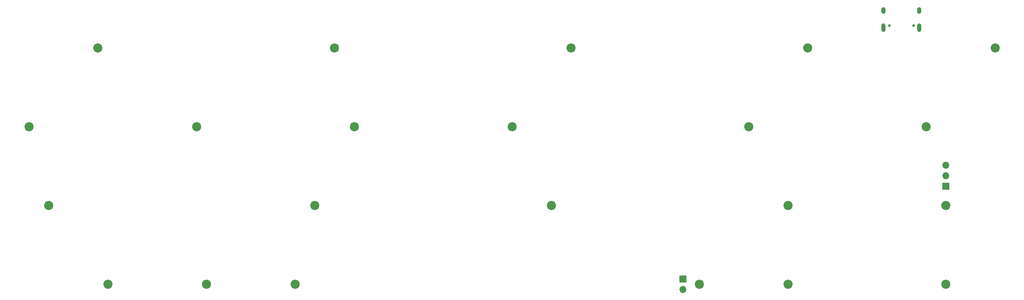
<source format=gbr>
%TF.GenerationSoftware,KiCad,Pcbnew,8.0.3*%
%TF.CreationDate,2024-08-24T23:39:28+02:00*%
%TF.ProjectId,toprevan,746f7072-6576-4616-9e2e-6b696361645f,rev?*%
%TF.SameCoordinates,Original*%
%TF.FileFunction,Soldermask,Top*%
%TF.FilePolarity,Negative*%
%FSLAX46Y46*%
G04 Gerber Fmt 4.6, Leading zero omitted, Abs format (unit mm)*
G04 Created by KiCad (PCBNEW 8.0.3) date 2024-08-24 23:39:28*
%MOMM*%
%LPD*%
G01*
G04 APERTURE LIST*
%ADD10C,2.200000*%
%ADD11R,1.700000X1.700000*%
%ADD12O,1.700000X1.700000*%
%ADD13C,0.650000*%
%ADD14O,1.000000X1.600000*%
%ADD15O,1.000000X2.100000*%
G04 APERTURE END LIST*
D10*
%TO.C,H3*%
X156368750Y-30956250D03*
%TD*%
%TO.C,H18*%
X68262500Y-88106250D03*
%TD*%
%TO.C,H22*%
X246856250Y-88106250D03*
%TD*%
%TO.C,H9*%
X142081250Y-50006250D03*
%TD*%
%TO.C,H4*%
X213518750Y-30956250D03*
%TD*%
%TO.C,H15*%
X208756250Y-69056250D03*
%TD*%
%TO.C,H14*%
X151606250Y-69056250D03*
%TD*%
%TO.C,H12*%
X30162500Y-69056250D03*
%TD*%
%TO.C,H21*%
X208756250Y-88106250D03*
%TD*%
%TO.C,H20*%
X187325000Y-88106250D03*
%TD*%
D11*
%TO.C,SW1*%
X183356250Y-86831250D03*
D12*
X183356250Y-89371250D03*
%TD*%
D10*
%TO.C,H16*%
X246856250Y-69056250D03*
%TD*%
%TO.C,H13*%
X94456250Y-69056250D03*
%TD*%
%TO.C,H5*%
X258762500Y-30956250D03*
%TD*%
%TO.C,H7*%
X65881250Y-50006250D03*
%TD*%
%TO.C,H6*%
X25400000Y-50006250D03*
%TD*%
%TO.C,H10*%
X199231250Y-50006250D03*
%TD*%
%TO.C,H17*%
X44450000Y-88106250D03*
%TD*%
%TO.C,H1*%
X42068750Y-30956250D03*
%TD*%
%TO.C,H19*%
X89693750Y-88106250D03*
%TD*%
%TO.C,H8*%
X103981250Y-50006250D03*
%TD*%
%TO.C,H11*%
X242093750Y-50006250D03*
%TD*%
%TO.C,H2*%
X99218750Y-30956250D03*
%TD*%
D11*
%TO.C,J4*%
X246856250Y-64452500D03*
D12*
X246856250Y-61912500D03*
X246856250Y-59372500D03*
%TD*%
D13*
%TO.C,J3*%
X233234750Y-25580750D03*
X239014750Y-25580750D03*
D14*
X231804750Y-21930750D03*
D15*
X231804750Y-26110750D03*
D14*
X240444750Y-21930750D03*
D15*
X240444750Y-26110750D03*
%TD*%
M02*

</source>
